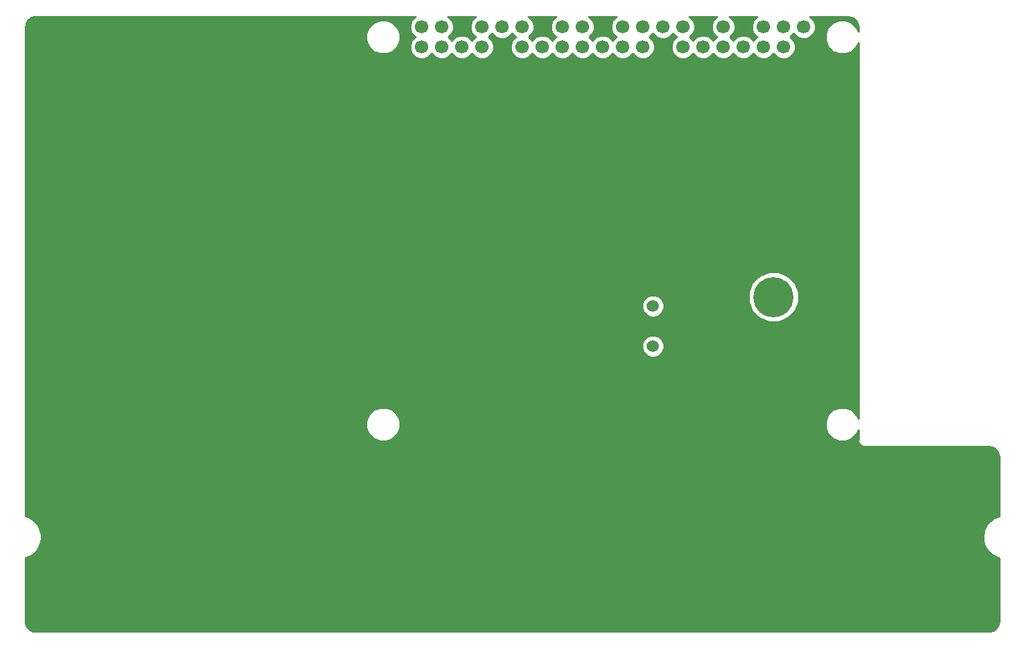
<source format=gbr>
G04 #@! TF.GenerationSoftware,KiCad,Pcbnew,(5.0.2)-1*
G04 #@! TF.CreationDate,2019-02-28T16:52:56-06:00*
G04 #@! TF.ProjectId,RaspberryPiBreakout_Hardware,52617370-6265-4727-9279-506942726561,rev?*
G04 #@! TF.SameCoordinates,Original*
G04 #@! TF.FileFunction,Copper,L2,Bot*
G04 #@! TF.FilePolarity,Positive*
%FSLAX46Y46*%
G04 Gerber Fmt 4.6, Leading zero omitted, Abs format (unit mm)*
G04 Created by KiCad (PCBNEW (5.0.2)-1) date 2/28/2019 4:52:56 PM*
%MOMM*%
%LPD*%
G01*
G04 APERTURE LIST*
G04 #@! TA.AperFunction,ComponentPad*
%ADD10C,1.700000*%
G04 #@! TD*
G04 #@! TA.AperFunction,ComponentPad*
%ADD11C,5.080000*%
G04 #@! TD*
G04 #@! TA.AperFunction,ComponentPad*
%ADD12C,1.524000*%
G04 #@! TD*
G04 #@! TA.AperFunction,Conductor*
%ADD13C,0.254000*%
G04 #@! TD*
G04 APERTURE END LIST*
D10*
G04 #@! TO.P,U2,40*
G04 #@! TO.N,Net-(U2-Pad40)*
X171450000Y-76454000D03*
G04 #@! TO.P,U2,39*
G04 #@! TO.N,GND*
X171450000Y-78994000D03*
G04 #@! TO.P,U2,38*
G04 #@! TO.N,Net-(U2-Pad38)*
X168910000Y-76454000D03*
G04 #@! TO.P,U2,37*
G04 #@! TO.N,Net-(U2-Pad37)*
X168910000Y-78994000D03*
G04 #@! TO.P,U2,36*
G04 #@! TO.N,Net-(U2-Pad36)*
X166370000Y-76454000D03*
G04 #@! TO.P,U2,35*
G04 #@! TO.N,Net-(U2-Pad35)*
X166370000Y-78994000D03*
G04 #@! TO.P,U2,34*
G04 #@! TO.N,GND*
X163830000Y-76454000D03*
G04 #@! TO.P,U2,33*
G04 #@! TO.N,Net-(U2-Pad33)*
X163830000Y-78994000D03*
G04 #@! TO.P,U2,32*
G04 #@! TO.N,Net-(U2-Pad32)*
X161290000Y-76454000D03*
G04 #@! TO.P,U2,31*
G04 #@! TO.N,Net-(U2-Pad31)*
X161290000Y-78994000D03*
G04 #@! TO.P,U2,30*
G04 #@! TO.N,GND*
X158750000Y-76454000D03*
G04 #@! TO.P,U2,29*
G04 #@! TO.N,Net-(U2-Pad29)*
X158750000Y-78994000D03*
G04 #@! TO.P,U2,28*
G04 #@! TO.N,Net-(U2-Pad28)*
X156210000Y-76454000D03*
G04 #@! TO.P,U2,27*
G04 #@! TO.N,Net-(U2-Pad27)*
X156210000Y-78994000D03*
G04 #@! TO.P,U2,26*
G04 #@! TO.N,Net-(U2-Pad26)*
X153670000Y-76454000D03*
G04 #@! TO.P,U2,25*
G04 #@! TO.N,GND*
X153670000Y-78994000D03*
G04 #@! TO.P,U2,24*
G04 #@! TO.N,Net-(U2-Pad24)*
X151130000Y-76454000D03*
G04 #@! TO.P,U2,23*
G04 #@! TO.N,Net-(U2-Pad23)*
X151130000Y-78994000D03*
G04 #@! TO.P,U2,22*
G04 #@! TO.N,Net-(U2-Pad22)*
X148590000Y-76454000D03*
G04 #@! TO.P,U2,21*
G04 #@! TO.N,Net-(U2-Pad21)*
X148590000Y-78994000D03*
G04 #@! TO.P,U2,20*
G04 #@! TO.N,GND*
X146050000Y-76454000D03*
G04 #@! TO.P,U2,19*
G04 #@! TO.N,Net-(U2-Pad19)*
X146050000Y-78994000D03*
G04 #@! TO.P,U2,18*
G04 #@! TO.N,N/C*
X143510000Y-76454000D03*
G04 #@! TO.P,U2,17*
G04 #@! TO.N,Net-(U2-Pad17)*
X143510000Y-78994000D03*
G04 #@! TO.P,U2,16*
G04 #@! TO.N,Net-(U2-Pad16)*
X140970000Y-76454000D03*
G04 #@! TO.P,U2,15*
G04 #@! TO.N,Net-(U2-Pad15)*
X140970000Y-78994000D03*
G04 #@! TO.P,U2,14*
G04 #@! TO.N,GND*
X138430000Y-76454000D03*
G04 #@! TO.P,U2,13*
G04 #@! TO.N,Net-(U2-Pad13)*
X138430000Y-78994000D03*
G04 #@! TO.P,U2,12*
G04 #@! TO.N,Net-(U2-Pad12)*
X135890000Y-76454000D03*
G04 #@! TO.P,U2,11*
G04 #@! TO.N,Net-(U2-Pad11)*
X135890000Y-78994000D03*
G04 #@! TO.P,U2,10*
G04 #@! TO.N,Net-(U2-Pad10)*
X133350000Y-76454000D03*
G04 #@! TO.P,U2,9*
G04 #@! TO.N,GND*
X133350000Y-78994000D03*
G04 #@! TO.P,U2,8*
G04 #@! TO.N,Net-(U2-Pad8)*
X130810000Y-76454000D03*
G04 #@! TO.P,U2,7*
G04 #@! TO.N,Net-(U2-Pad7)*
X130810000Y-78994000D03*
G04 #@! TO.P,U2,6*
G04 #@! TO.N,GND*
X128270000Y-76454000D03*
G04 #@! TO.P,U2,5*
G04 #@! TO.N,Net-(U2-Pad5)*
X128270000Y-78994000D03*
G04 #@! TO.P,U2,4*
G04 #@! TO.N,+5V*
X125730000Y-76454000D03*
G04 #@! TO.P,U2,3*
G04 #@! TO.N,Net-(U2-Pad3)*
X125730000Y-78994000D03*
G04 #@! TO.P,U2,2*
G04 #@! TO.N,+5V*
X123190000Y-76454000D03*
G04 #@! TO.P,U2,1*
G04 #@! TO.N,Net-(U2-Pad1)*
X123190000Y-78994000D03*
G04 #@! TD*
D11*
G04 #@! TO.P,Conn1,1*
G04 #@! TO.N,GND*
X167640000Y-118491000D03*
G04 #@! TO.P,Conn1,2*
G04 #@! TO.N,Net-(C1-Pad1)*
X167640000Y-110617000D03*
G04 #@! TD*
D12*
G04 #@! TO.P,U1,3*
G04 #@! TO.N,+5V*
X152400000Y-116840000D03*
G04 #@! TO.P,U1,2*
G04 #@! TO.N,GND*
X152400000Y-114300000D03*
G04 #@! TO.P,U1,1*
G04 #@! TO.N,Net-(C1-Pad1)*
X152400000Y-111760000D03*
G04 #@! TD*
D13*
G04 #@! TO.N,GND*
G36*
X122348815Y-75195078D02*
X121931078Y-75612815D01*
X121705000Y-76158615D01*
X121705000Y-76749385D01*
X121931078Y-77295185D01*
X122348815Y-77712922D01*
X122375560Y-77724000D01*
X122348815Y-77735078D01*
X121931078Y-78152815D01*
X121705000Y-78698615D01*
X121705000Y-79289385D01*
X121931078Y-79835185D01*
X122348815Y-80252922D01*
X122894615Y-80479000D01*
X123485385Y-80479000D01*
X124031185Y-80252922D01*
X124448922Y-79835185D01*
X124460000Y-79808440D01*
X124471078Y-79835185D01*
X124888815Y-80252922D01*
X125434615Y-80479000D01*
X126025385Y-80479000D01*
X126571185Y-80252922D01*
X126988922Y-79835185D01*
X127000000Y-79808440D01*
X127011078Y-79835185D01*
X127428815Y-80252922D01*
X127974615Y-80479000D01*
X128565385Y-80479000D01*
X129111185Y-80252922D01*
X129528922Y-79835185D01*
X129540000Y-79808440D01*
X129551078Y-79835185D01*
X129968815Y-80252922D01*
X130514615Y-80479000D01*
X131105385Y-80479000D01*
X131651185Y-80252922D01*
X132068922Y-79835185D01*
X132295000Y-79289385D01*
X132295000Y-78698615D01*
X132068922Y-78152815D01*
X131651185Y-77735078D01*
X131624440Y-77724000D01*
X131651185Y-77712922D01*
X132068922Y-77295185D01*
X132080000Y-77268440D01*
X132091078Y-77295185D01*
X132508815Y-77712922D01*
X133054615Y-77939000D01*
X133645385Y-77939000D01*
X134191185Y-77712922D01*
X134608922Y-77295185D01*
X134620000Y-77268440D01*
X134631078Y-77295185D01*
X135048815Y-77712922D01*
X135075560Y-77724000D01*
X135048815Y-77735078D01*
X134631078Y-78152815D01*
X134405000Y-78698615D01*
X134405000Y-79289385D01*
X134631078Y-79835185D01*
X135048815Y-80252922D01*
X135594615Y-80479000D01*
X136185385Y-80479000D01*
X136731185Y-80252922D01*
X137148922Y-79835185D01*
X137160000Y-79808440D01*
X137171078Y-79835185D01*
X137588815Y-80252922D01*
X138134615Y-80479000D01*
X138725385Y-80479000D01*
X139271185Y-80252922D01*
X139688922Y-79835185D01*
X139700000Y-79808440D01*
X139711078Y-79835185D01*
X140128815Y-80252922D01*
X140674615Y-80479000D01*
X141265385Y-80479000D01*
X141811185Y-80252922D01*
X142228922Y-79835185D01*
X142240000Y-79808440D01*
X142251078Y-79835185D01*
X142668815Y-80252922D01*
X143214615Y-80479000D01*
X143805385Y-80479000D01*
X144351185Y-80252922D01*
X144768922Y-79835185D01*
X144780000Y-79808440D01*
X144791078Y-79835185D01*
X145208815Y-80252922D01*
X145754615Y-80479000D01*
X146345385Y-80479000D01*
X146891185Y-80252922D01*
X147308922Y-79835185D01*
X147320000Y-79808440D01*
X147331078Y-79835185D01*
X147748815Y-80252922D01*
X148294615Y-80479000D01*
X148885385Y-80479000D01*
X149431185Y-80252922D01*
X149848922Y-79835185D01*
X149860000Y-79808440D01*
X149871078Y-79835185D01*
X150288815Y-80252922D01*
X150834615Y-80479000D01*
X151425385Y-80479000D01*
X151971185Y-80252922D01*
X152388922Y-79835185D01*
X152615000Y-79289385D01*
X152615000Y-78698615D01*
X152388922Y-78152815D01*
X151971185Y-77735078D01*
X151944440Y-77724000D01*
X151971185Y-77712922D01*
X152388922Y-77295185D01*
X152400000Y-77268440D01*
X152411078Y-77295185D01*
X152828815Y-77712922D01*
X153374615Y-77939000D01*
X153965385Y-77939000D01*
X154511185Y-77712922D01*
X154928922Y-77295185D01*
X154940000Y-77268440D01*
X154951078Y-77295185D01*
X155368815Y-77712922D01*
X155395560Y-77724000D01*
X155368815Y-77735078D01*
X154951078Y-78152815D01*
X154725000Y-78698615D01*
X154725000Y-79289385D01*
X154951078Y-79835185D01*
X155368815Y-80252922D01*
X155914615Y-80479000D01*
X156505385Y-80479000D01*
X157051185Y-80252922D01*
X157468922Y-79835185D01*
X157480000Y-79808440D01*
X157491078Y-79835185D01*
X157908815Y-80252922D01*
X158454615Y-80479000D01*
X159045385Y-80479000D01*
X159591185Y-80252922D01*
X160008922Y-79835185D01*
X160020000Y-79808440D01*
X160031078Y-79835185D01*
X160448815Y-80252922D01*
X160994615Y-80479000D01*
X161585385Y-80479000D01*
X162131185Y-80252922D01*
X162548922Y-79835185D01*
X162560000Y-79808440D01*
X162571078Y-79835185D01*
X162988815Y-80252922D01*
X163534615Y-80479000D01*
X164125385Y-80479000D01*
X164671185Y-80252922D01*
X165088922Y-79835185D01*
X165100000Y-79808440D01*
X165111078Y-79835185D01*
X165528815Y-80252922D01*
X166074615Y-80479000D01*
X166665385Y-80479000D01*
X167211185Y-80252922D01*
X167628922Y-79835185D01*
X167640000Y-79808440D01*
X167651078Y-79835185D01*
X168068815Y-80252922D01*
X168614615Y-80479000D01*
X169205385Y-80479000D01*
X169751185Y-80252922D01*
X170168922Y-79835185D01*
X170395000Y-79289385D01*
X170395000Y-78698615D01*
X170168922Y-78152815D01*
X169751185Y-77735078D01*
X169724440Y-77724000D01*
X169751185Y-77712922D01*
X170168922Y-77295185D01*
X170180000Y-77268440D01*
X170191078Y-77295185D01*
X170608815Y-77712922D01*
X171154615Y-77939000D01*
X171745385Y-77939000D01*
X172291185Y-77712922D01*
X172708922Y-77295185D01*
X172935000Y-76749385D01*
X172935000Y-76158615D01*
X172708922Y-75612815D01*
X172291185Y-75195078D01*
X172199257Y-75157000D01*
X176985634Y-75157000D01*
X177399922Y-75216331D01*
X177732746Y-75367657D01*
X178009720Y-75606313D01*
X178208580Y-75913116D01*
X178320618Y-76287748D01*
X178335000Y-76481274D01*
X178335000Y-77009616D01*
X178129966Y-76514620D01*
X177529380Y-75914034D01*
X176744678Y-75589000D01*
X175895322Y-75589000D01*
X175110620Y-75914034D01*
X174510034Y-76514620D01*
X174185000Y-77299322D01*
X174185000Y-78148678D01*
X174510034Y-78933380D01*
X175110620Y-79533966D01*
X175895322Y-79859000D01*
X176744678Y-79859000D01*
X177529380Y-79533966D01*
X178129966Y-78933380D01*
X178335000Y-78438384D01*
X178335001Y-126009618D01*
X178129966Y-125514620D01*
X177529380Y-124914034D01*
X176744678Y-124589000D01*
X175895322Y-124589000D01*
X175110620Y-124914034D01*
X174510034Y-125514620D01*
X174185000Y-126299322D01*
X174185000Y-127148678D01*
X174510034Y-127933380D01*
X175110620Y-128533966D01*
X175895322Y-128859000D01*
X176744678Y-128859000D01*
X177529380Y-128533966D01*
X178129966Y-127933380D01*
X178335001Y-127438381D01*
X178335001Y-128705607D01*
X178320601Y-128778000D01*
X178377646Y-129064783D01*
X178540095Y-129307905D01*
X178783217Y-129470354D01*
X178997612Y-129513000D01*
X179070000Y-129527399D01*
X179142388Y-129513000D01*
X194765634Y-129513000D01*
X195179922Y-129572331D01*
X195512746Y-129723657D01*
X195789720Y-129962313D01*
X195988580Y-130269116D01*
X196100618Y-130643748D01*
X196115000Y-130837275D01*
X196115001Y-138323142D01*
X195787078Y-138421212D01*
X195696505Y-138463063D01*
X195605466Y-138503787D01*
X195597901Y-138508624D01*
X195114442Y-138821987D01*
X195039277Y-138887558D01*
X194963306Y-138952214D01*
X194957407Y-138958977D01*
X194957403Y-138958981D01*
X194957400Y-138958986D01*
X194581327Y-139395440D01*
X194527590Y-139479465D01*
X194472816Y-139562851D01*
X194469050Y-139571002D01*
X194230589Y-140095469D01*
X194202587Y-140191226D01*
X194173427Y-140286607D01*
X194172099Y-140295487D01*
X194090423Y-140865802D01*
X194090423Y-140940785D01*
X194084411Y-141015512D01*
X194085021Y-141024470D01*
X194107341Y-141324819D01*
X194123441Y-141398045D01*
X194133616Y-141472326D01*
X194136136Y-141480944D01*
X194301212Y-142032922D01*
X194343071Y-142123513D01*
X194383787Y-142214534D01*
X194388624Y-142222099D01*
X194701987Y-142705558D01*
X194767558Y-142780723D01*
X194832214Y-142856694D01*
X194838977Y-142862593D01*
X194838981Y-142862597D01*
X194838986Y-142862600D01*
X195275440Y-143238673D01*
X195359465Y-143292410D01*
X195442851Y-143347184D01*
X195451002Y-143350950D01*
X195975469Y-143589411D01*
X196071237Y-143617416D01*
X196115000Y-143630795D01*
X196115001Y-151585627D01*
X196055669Y-151999922D01*
X195904343Y-152332746D01*
X195665687Y-152609720D01*
X195358885Y-152808579D01*
X194984252Y-152920618D01*
X194790726Y-152935000D01*
X74474366Y-152935000D01*
X74060078Y-152875669D01*
X73727254Y-152724343D01*
X73450280Y-152485687D01*
X73251421Y-152178885D01*
X73139382Y-151804252D01*
X73125000Y-151610726D01*
X73125000Y-143616857D01*
X73452922Y-143518788D01*
X73543513Y-143476929D01*
X73634534Y-143436213D01*
X73642096Y-143431378D01*
X73642100Y-143431376D01*
X74125558Y-143118013D01*
X74200723Y-143052442D01*
X74276694Y-142987786D01*
X74282593Y-142981023D01*
X74282597Y-142981019D01*
X74282600Y-142981014D01*
X74658673Y-142544560D01*
X74712410Y-142460535D01*
X74767184Y-142377149D01*
X74770950Y-142368998D01*
X75009411Y-141844531D01*
X75037416Y-141748763D01*
X75066573Y-141653393D01*
X75067901Y-141644513D01*
X75149577Y-141074198D01*
X75149577Y-140999215D01*
X75155589Y-140924488D01*
X75154979Y-140915530D01*
X75132659Y-140615181D01*
X75116559Y-140541954D01*
X75106384Y-140467674D01*
X75103864Y-140459055D01*
X74938788Y-139907078D01*
X74896937Y-139816505D01*
X74856213Y-139725466D01*
X74851376Y-139717901D01*
X74538013Y-139234442D01*
X74472442Y-139159277D01*
X74407786Y-139083306D01*
X74401023Y-139077407D01*
X74401019Y-139077403D01*
X74401014Y-139077400D01*
X73964560Y-138701327D01*
X73880535Y-138647590D01*
X73797149Y-138592816D01*
X73788998Y-138589050D01*
X73264531Y-138350589D01*
X73168774Y-138322587D01*
X73125000Y-138309205D01*
X73125000Y-126299322D01*
X116185000Y-126299322D01*
X116185000Y-127148678D01*
X116510034Y-127933380D01*
X117110620Y-128533966D01*
X117895322Y-128859000D01*
X118744678Y-128859000D01*
X119529380Y-128533966D01*
X120129966Y-127933380D01*
X120455000Y-127148678D01*
X120455000Y-126299322D01*
X120129966Y-125514620D01*
X119529380Y-124914034D01*
X118744678Y-124589000D01*
X117895322Y-124589000D01*
X117110620Y-124914034D01*
X116510034Y-125514620D01*
X116185000Y-126299322D01*
X73125000Y-126299322D01*
X73125000Y-116562119D01*
X151003000Y-116562119D01*
X151003000Y-117117881D01*
X151215680Y-117631337D01*
X151608663Y-118024320D01*
X152122119Y-118237000D01*
X152677881Y-118237000D01*
X153191337Y-118024320D01*
X153584320Y-117631337D01*
X153797000Y-117117881D01*
X153797000Y-116562119D01*
X153584320Y-116048663D01*
X153191337Y-115655680D01*
X152677881Y-115443000D01*
X152122119Y-115443000D01*
X151608663Y-115655680D01*
X151215680Y-116048663D01*
X151003000Y-116562119D01*
X73125000Y-116562119D01*
X73125000Y-111482119D01*
X151003000Y-111482119D01*
X151003000Y-112037881D01*
X151215680Y-112551337D01*
X151608663Y-112944320D01*
X152122119Y-113157000D01*
X152677881Y-113157000D01*
X153191337Y-112944320D01*
X153584320Y-112551337D01*
X153797000Y-112037881D01*
X153797000Y-111482119D01*
X153584320Y-110968663D01*
X153191337Y-110575680D01*
X152677881Y-110363000D01*
X152122119Y-110363000D01*
X151608663Y-110575680D01*
X151215680Y-110968663D01*
X151003000Y-111482119D01*
X73125000Y-111482119D01*
X73125000Y-109985453D01*
X164465000Y-109985453D01*
X164465000Y-111248547D01*
X164948365Y-112415493D01*
X165841507Y-113308635D01*
X167008453Y-113792000D01*
X168271547Y-113792000D01*
X169438493Y-113308635D01*
X170331635Y-112415493D01*
X170815000Y-111248547D01*
X170815000Y-109985453D01*
X170331635Y-108818507D01*
X169438493Y-107925365D01*
X168271547Y-107442000D01*
X167008453Y-107442000D01*
X165841507Y-107925365D01*
X164948365Y-108818507D01*
X164465000Y-109985453D01*
X73125000Y-109985453D01*
X73125000Y-77299322D01*
X116185000Y-77299322D01*
X116185000Y-78148678D01*
X116510034Y-78933380D01*
X117110620Y-79533966D01*
X117895322Y-79859000D01*
X118744678Y-79859000D01*
X119529380Y-79533966D01*
X120129966Y-78933380D01*
X120455000Y-78148678D01*
X120455000Y-77299322D01*
X120129966Y-76514620D01*
X119529380Y-75914034D01*
X118744678Y-75589000D01*
X117895322Y-75589000D01*
X117110620Y-75914034D01*
X116510034Y-76514620D01*
X116185000Y-77299322D01*
X73125000Y-77299322D01*
X73125000Y-76506366D01*
X73184331Y-76092078D01*
X73335657Y-75759254D01*
X73574313Y-75482280D01*
X73881116Y-75283420D01*
X74255748Y-75171382D01*
X74449274Y-75157000D01*
X122440743Y-75157000D01*
X122348815Y-75195078D01*
X122348815Y-75195078D01*
G37*
X122348815Y-75195078D02*
X121931078Y-75612815D01*
X121705000Y-76158615D01*
X121705000Y-76749385D01*
X121931078Y-77295185D01*
X122348815Y-77712922D01*
X122375560Y-77724000D01*
X122348815Y-77735078D01*
X121931078Y-78152815D01*
X121705000Y-78698615D01*
X121705000Y-79289385D01*
X121931078Y-79835185D01*
X122348815Y-80252922D01*
X122894615Y-80479000D01*
X123485385Y-80479000D01*
X124031185Y-80252922D01*
X124448922Y-79835185D01*
X124460000Y-79808440D01*
X124471078Y-79835185D01*
X124888815Y-80252922D01*
X125434615Y-80479000D01*
X126025385Y-80479000D01*
X126571185Y-80252922D01*
X126988922Y-79835185D01*
X127000000Y-79808440D01*
X127011078Y-79835185D01*
X127428815Y-80252922D01*
X127974615Y-80479000D01*
X128565385Y-80479000D01*
X129111185Y-80252922D01*
X129528922Y-79835185D01*
X129540000Y-79808440D01*
X129551078Y-79835185D01*
X129968815Y-80252922D01*
X130514615Y-80479000D01*
X131105385Y-80479000D01*
X131651185Y-80252922D01*
X132068922Y-79835185D01*
X132295000Y-79289385D01*
X132295000Y-78698615D01*
X132068922Y-78152815D01*
X131651185Y-77735078D01*
X131624440Y-77724000D01*
X131651185Y-77712922D01*
X132068922Y-77295185D01*
X132080000Y-77268440D01*
X132091078Y-77295185D01*
X132508815Y-77712922D01*
X133054615Y-77939000D01*
X133645385Y-77939000D01*
X134191185Y-77712922D01*
X134608922Y-77295185D01*
X134620000Y-77268440D01*
X134631078Y-77295185D01*
X135048815Y-77712922D01*
X135075560Y-77724000D01*
X135048815Y-77735078D01*
X134631078Y-78152815D01*
X134405000Y-78698615D01*
X134405000Y-79289385D01*
X134631078Y-79835185D01*
X135048815Y-80252922D01*
X135594615Y-80479000D01*
X136185385Y-80479000D01*
X136731185Y-80252922D01*
X137148922Y-79835185D01*
X137160000Y-79808440D01*
X137171078Y-79835185D01*
X137588815Y-80252922D01*
X138134615Y-80479000D01*
X138725385Y-80479000D01*
X139271185Y-80252922D01*
X139688922Y-79835185D01*
X139700000Y-79808440D01*
X139711078Y-79835185D01*
X140128815Y-80252922D01*
X140674615Y-80479000D01*
X141265385Y-80479000D01*
X141811185Y-80252922D01*
X142228922Y-79835185D01*
X142240000Y-79808440D01*
X142251078Y-79835185D01*
X142668815Y-80252922D01*
X143214615Y-80479000D01*
X143805385Y-80479000D01*
X144351185Y-80252922D01*
X144768922Y-79835185D01*
X144780000Y-79808440D01*
X144791078Y-79835185D01*
X145208815Y-80252922D01*
X145754615Y-80479000D01*
X146345385Y-80479000D01*
X146891185Y-80252922D01*
X147308922Y-79835185D01*
X147320000Y-79808440D01*
X147331078Y-79835185D01*
X147748815Y-80252922D01*
X148294615Y-80479000D01*
X148885385Y-80479000D01*
X149431185Y-80252922D01*
X149848922Y-79835185D01*
X149860000Y-79808440D01*
X149871078Y-79835185D01*
X150288815Y-80252922D01*
X150834615Y-80479000D01*
X151425385Y-80479000D01*
X151971185Y-80252922D01*
X152388922Y-79835185D01*
X152615000Y-79289385D01*
X152615000Y-78698615D01*
X152388922Y-78152815D01*
X151971185Y-77735078D01*
X151944440Y-77724000D01*
X151971185Y-77712922D01*
X152388922Y-77295185D01*
X152400000Y-77268440D01*
X152411078Y-77295185D01*
X152828815Y-77712922D01*
X153374615Y-77939000D01*
X153965385Y-77939000D01*
X154511185Y-77712922D01*
X154928922Y-77295185D01*
X154940000Y-77268440D01*
X154951078Y-77295185D01*
X155368815Y-77712922D01*
X155395560Y-77724000D01*
X155368815Y-77735078D01*
X154951078Y-78152815D01*
X154725000Y-78698615D01*
X154725000Y-79289385D01*
X154951078Y-79835185D01*
X155368815Y-80252922D01*
X155914615Y-80479000D01*
X156505385Y-80479000D01*
X157051185Y-80252922D01*
X157468922Y-79835185D01*
X157480000Y-79808440D01*
X157491078Y-79835185D01*
X157908815Y-80252922D01*
X158454615Y-80479000D01*
X159045385Y-80479000D01*
X159591185Y-80252922D01*
X160008922Y-79835185D01*
X160020000Y-79808440D01*
X160031078Y-79835185D01*
X160448815Y-80252922D01*
X160994615Y-80479000D01*
X161585385Y-80479000D01*
X162131185Y-80252922D01*
X162548922Y-79835185D01*
X162560000Y-79808440D01*
X162571078Y-79835185D01*
X162988815Y-80252922D01*
X163534615Y-80479000D01*
X164125385Y-80479000D01*
X164671185Y-80252922D01*
X165088922Y-79835185D01*
X165100000Y-79808440D01*
X165111078Y-79835185D01*
X165528815Y-80252922D01*
X166074615Y-80479000D01*
X166665385Y-80479000D01*
X167211185Y-80252922D01*
X167628922Y-79835185D01*
X167640000Y-79808440D01*
X167651078Y-79835185D01*
X168068815Y-80252922D01*
X168614615Y-80479000D01*
X169205385Y-80479000D01*
X169751185Y-80252922D01*
X170168922Y-79835185D01*
X170395000Y-79289385D01*
X170395000Y-78698615D01*
X170168922Y-78152815D01*
X169751185Y-77735078D01*
X169724440Y-77724000D01*
X169751185Y-77712922D01*
X170168922Y-77295185D01*
X170180000Y-77268440D01*
X170191078Y-77295185D01*
X170608815Y-77712922D01*
X171154615Y-77939000D01*
X171745385Y-77939000D01*
X172291185Y-77712922D01*
X172708922Y-77295185D01*
X172935000Y-76749385D01*
X172935000Y-76158615D01*
X172708922Y-75612815D01*
X172291185Y-75195078D01*
X172199257Y-75157000D01*
X176985634Y-75157000D01*
X177399922Y-75216331D01*
X177732746Y-75367657D01*
X178009720Y-75606313D01*
X178208580Y-75913116D01*
X178320618Y-76287748D01*
X178335000Y-76481274D01*
X178335000Y-77009616D01*
X178129966Y-76514620D01*
X177529380Y-75914034D01*
X176744678Y-75589000D01*
X175895322Y-75589000D01*
X175110620Y-75914034D01*
X174510034Y-76514620D01*
X174185000Y-77299322D01*
X174185000Y-78148678D01*
X174510034Y-78933380D01*
X175110620Y-79533966D01*
X175895322Y-79859000D01*
X176744678Y-79859000D01*
X177529380Y-79533966D01*
X178129966Y-78933380D01*
X178335000Y-78438384D01*
X178335001Y-126009618D01*
X178129966Y-125514620D01*
X177529380Y-124914034D01*
X176744678Y-124589000D01*
X175895322Y-124589000D01*
X175110620Y-124914034D01*
X174510034Y-125514620D01*
X174185000Y-126299322D01*
X174185000Y-127148678D01*
X174510034Y-127933380D01*
X175110620Y-128533966D01*
X175895322Y-128859000D01*
X176744678Y-128859000D01*
X177529380Y-128533966D01*
X178129966Y-127933380D01*
X178335001Y-127438381D01*
X178335001Y-128705607D01*
X178320601Y-128778000D01*
X178377646Y-129064783D01*
X178540095Y-129307905D01*
X178783217Y-129470354D01*
X178997612Y-129513000D01*
X179070000Y-129527399D01*
X179142388Y-129513000D01*
X194765634Y-129513000D01*
X195179922Y-129572331D01*
X195512746Y-129723657D01*
X195789720Y-129962313D01*
X195988580Y-130269116D01*
X196100618Y-130643748D01*
X196115000Y-130837275D01*
X196115001Y-138323142D01*
X195787078Y-138421212D01*
X195696505Y-138463063D01*
X195605466Y-138503787D01*
X195597901Y-138508624D01*
X195114442Y-138821987D01*
X195039277Y-138887558D01*
X194963306Y-138952214D01*
X194957407Y-138958977D01*
X194957403Y-138958981D01*
X194957400Y-138958986D01*
X194581327Y-139395440D01*
X194527590Y-139479465D01*
X194472816Y-139562851D01*
X194469050Y-139571002D01*
X194230589Y-140095469D01*
X194202587Y-140191226D01*
X194173427Y-140286607D01*
X194172099Y-140295487D01*
X194090423Y-140865802D01*
X194090423Y-140940785D01*
X194084411Y-141015512D01*
X194085021Y-141024470D01*
X194107341Y-141324819D01*
X194123441Y-141398045D01*
X194133616Y-141472326D01*
X194136136Y-141480944D01*
X194301212Y-142032922D01*
X194343071Y-142123513D01*
X194383787Y-142214534D01*
X194388624Y-142222099D01*
X194701987Y-142705558D01*
X194767558Y-142780723D01*
X194832214Y-142856694D01*
X194838977Y-142862593D01*
X194838981Y-142862597D01*
X194838986Y-142862600D01*
X195275440Y-143238673D01*
X195359465Y-143292410D01*
X195442851Y-143347184D01*
X195451002Y-143350950D01*
X195975469Y-143589411D01*
X196071237Y-143617416D01*
X196115000Y-143630795D01*
X196115001Y-151585627D01*
X196055669Y-151999922D01*
X195904343Y-152332746D01*
X195665687Y-152609720D01*
X195358885Y-152808579D01*
X194984252Y-152920618D01*
X194790726Y-152935000D01*
X74474366Y-152935000D01*
X74060078Y-152875669D01*
X73727254Y-152724343D01*
X73450280Y-152485687D01*
X73251421Y-152178885D01*
X73139382Y-151804252D01*
X73125000Y-151610726D01*
X73125000Y-143616857D01*
X73452922Y-143518788D01*
X73543513Y-143476929D01*
X73634534Y-143436213D01*
X73642096Y-143431378D01*
X73642100Y-143431376D01*
X74125558Y-143118013D01*
X74200723Y-143052442D01*
X74276694Y-142987786D01*
X74282593Y-142981023D01*
X74282597Y-142981019D01*
X74282600Y-142981014D01*
X74658673Y-142544560D01*
X74712410Y-142460535D01*
X74767184Y-142377149D01*
X74770950Y-142368998D01*
X75009411Y-141844531D01*
X75037416Y-141748763D01*
X75066573Y-141653393D01*
X75067901Y-141644513D01*
X75149577Y-141074198D01*
X75149577Y-140999215D01*
X75155589Y-140924488D01*
X75154979Y-140915530D01*
X75132659Y-140615181D01*
X75116559Y-140541954D01*
X75106384Y-140467674D01*
X75103864Y-140459055D01*
X74938788Y-139907078D01*
X74896937Y-139816505D01*
X74856213Y-139725466D01*
X74851376Y-139717901D01*
X74538013Y-139234442D01*
X74472442Y-139159277D01*
X74407786Y-139083306D01*
X74401023Y-139077407D01*
X74401019Y-139077403D01*
X74401014Y-139077400D01*
X73964560Y-138701327D01*
X73880535Y-138647590D01*
X73797149Y-138592816D01*
X73788998Y-138589050D01*
X73264531Y-138350589D01*
X73168774Y-138322587D01*
X73125000Y-138309205D01*
X73125000Y-126299322D01*
X116185000Y-126299322D01*
X116185000Y-127148678D01*
X116510034Y-127933380D01*
X117110620Y-128533966D01*
X117895322Y-128859000D01*
X118744678Y-128859000D01*
X119529380Y-128533966D01*
X120129966Y-127933380D01*
X120455000Y-127148678D01*
X120455000Y-126299322D01*
X120129966Y-125514620D01*
X119529380Y-124914034D01*
X118744678Y-124589000D01*
X117895322Y-124589000D01*
X117110620Y-124914034D01*
X116510034Y-125514620D01*
X116185000Y-126299322D01*
X73125000Y-126299322D01*
X73125000Y-116562119D01*
X151003000Y-116562119D01*
X151003000Y-117117881D01*
X151215680Y-117631337D01*
X151608663Y-118024320D01*
X152122119Y-118237000D01*
X152677881Y-118237000D01*
X153191337Y-118024320D01*
X153584320Y-117631337D01*
X153797000Y-117117881D01*
X153797000Y-116562119D01*
X153584320Y-116048663D01*
X153191337Y-115655680D01*
X152677881Y-115443000D01*
X152122119Y-115443000D01*
X151608663Y-115655680D01*
X151215680Y-116048663D01*
X151003000Y-116562119D01*
X73125000Y-116562119D01*
X73125000Y-111482119D01*
X151003000Y-111482119D01*
X151003000Y-112037881D01*
X151215680Y-112551337D01*
X151608663Y-112944320D01*
X152122119Y-113157000D01*
X152677881Y-113157000D01*
X153191337Y-112944320D01*
X153584320Y-112551337D01*
X153797000Y-112037881D01*
X153797000Y-111482119D01*
X153584320Y-110968663D01*
X153191337Y-110575680D01*
X152677881Y-110363000D01*
X152122119Y-110363000D01*
X151608663Y-110575680D01*
X151215680Y-110968663D01*
X151003000Y-111482119D01*
X73125000Y-111482119D01*
X73125000Y-109985453D01*
X164465000Y-109985453D01*
X164465000Y-111248547D01*
X164948365Y-112415493D01*
X165841507Y-113308635D01*
X167008453Y-113792000D01*
X168271547Y-113792000D01*
X169438493Y-113308635D01*
X170331635Y-112415493D01*
X170815000Y-111248547D01*
X170815000Y-109985453D01*
X170331635Y-108818507D01*
X169438493Y-107925365D01*
X168271547Y-107442000D01*
X167008453Y-107442000D01*
X165841507Y-107925365D01*
X164948365Y-108818507D01*
X164465000Y-109985453D01*
X73125000Y-109985453D01*
X73125000Y-77299322D01*
X116185000Y-77299322D01*
X116185000Y-78148678D01*
X116510034Y-78933380D01*
X117110620Y-79533966D01*
X117895322Y-79859000D01*
X118744678Y-79859000D01*
X119529380Y-79533966D01*
X120129966Y-78933380D01*
X120455000Y-78148678D01*
X120455000Y-77299322D01*
X120129966Y-76514620D01*
X119529380Y-75914034D01*
X118744678Y-75589000D01*
X117895322Y-75589000D01*
X117110620Y-75914034D01*
X116510034Y-76514620D01*
X116185000Y-77299322D01*
X73125000Y-77299322D01*
X73125000Y-76506366D01*
X73184331Y-76092078D01*
X73335657Y-75759254D01*
X73574313Y-75482280D01*
X73881116Y-75283420D01*
X74255748Y-75171382D01*
X74449274Y-75157000D01*
X122440743Y-75157000D01*
X122348815Y-75195078D01*
G36*
X147748815Y-75195078D02*
X147331078Y-75612815D01*
X147105000Y-76158615D01*
X147105000Y-76749385D01*
X147331078Y-77295185D01*
X147748815Y-77712922D01*
X147775560Y-77724000D01*
X147748815Y-77735078D01*
X147331078Y-78152815D01*
X147320000Y-78179560D01*
X147308922Y-78152815D01*
X146891185Y-77735078D01*
X146345385Y-77509000D01*
X145754615Y-77509000D01*
X145208815Y-77735078D01*
X144791078Y-78152815D01*
X144780000Y-78179560D01*
X144768922Y-78152815D01*
X144351185Y-77735078D01*
X144324440Y-77724000D01*
X144351185Y-77712922D01*
X144768922Y-77295185D01*
X144995000Y-76749385D01*
X144995000Y-76158615D01*
X144768922Y-75612815D01*
X144351185Y-75195078D01*
X144259257Y-75157000D01*
X147840743Y-75157000D01*
X147748815Y-75195078D01*
X147748815Y-75195078D01*
G37*
X147748815Y-75195078D02*
X147331078Y-75612815D01*
X147105000Y-76158615D01*
X147105000Y-76749385D01*
X147331078Y-77295185D01*
X147748815Y-77712922D01*
X147775560Y-77724000D01*
X147748815Y-77735078D01*
X147331078Y-78152815D01*
X147320000Y-78179560D01*
X147308922Y-78152815D01*
X146891185Y-77735078D01*
X146345385Y-77509000D01*
X145754615Y-77509000D01*
X145208815Y-77735078D01*
X144791078Y-78152815D01*
X144780000Y-78179560D01*
X144768922Y-78152815D01*
X144351185Y-77735078D01*
X144324440Y-77724000D01*
X144351185Y-77712922D01*
X144768922Y-77295185D01*
X144995000Y-76749385D01*
X144995000Y-76158615D01*
X144768922Y-75612815D01*
X144351185Y-75195078D01*
X144259257Y-75157000D01*
X147840743Y-75157000D01*
X147748815Y-75195078D01*
G36*
X140128815Y-75195078D02*
X139711078Y-75612815D01*
X139485000Y-76158615D01*
X139485000Y-76749385D01*
X139711078Y-77295185D01*
X140128815Y-77712922D01*
X140155560Y-77724000D01*
X140128815Y-77735078D01*
X139711078Y-78152815D01*
X139700000Y-78179560D01*
X139688922Y-78152815D01*
X139271185Y-77735078D01*
X138725385Y-77509000D01*
X138134615Y-77509000D01*
X137588815Y-77735078D01*
X137171078Y-78152815D01*
X137160000Y-78179560D01*
X137148922Y-78152815D01*
X136731185Y-77735078D01*
X136704440Y-77724000D01*
X136731185Y-77712922D01*
X137148922Y-77295185D01*
X137375000Y-76749385D01*
X137375000Y-76158615D01*
X137148922Y-75612815D01*
X136731185Y-75195078D01*
X136639257Y-75157000D01*
X140220743Y-75157000D01*
X140128815Y-75195078D01*
X140128815Y-75195078D01*
G37*
X140128815Y-75195078D02*
X139711078Y-75612815D01*
X139485000Y-76158615D01*
X139485000Y-76749385D01*
X139711078Y-77295185D01*
X140128815Y-77712922D01*
X140155560Y-77724000D01*
X140128815Y-77735078D01*
X139711078Y-78152815D01*
X139700000Y-78179560D01*
X139688922Y-78152815D01*
X139271185Y-77735078D01*
X138725385Y-77509000D01*
X138134615Y-77509000D01*
X137588815Y-77735078D01*
X137171078Y-78152815D01*
X137160000Y-78179560D01*
X137148922Y-78152815D01*
X136731185Y-77735078D01*
X136704440Y-77724000D01*
X136731185Y-77712922D01*
X137148922Y-77295185D01*
X137375000Y-76749385D01*
X137375000Y-76158615D01*
X137148922Y-75612815D01*
X136731185Y-75195078D01*
X136639257Y-75157000D01*
X140220743Y-75157000D01*
X140128815Y-75195078D01*
G36*
X165528815Y-75195078D02*
X165111078Y-75612815D01*
X164885000Y-76158615D01*
X164885000Y-76749385D01*
X165111078Y-77295185D01*
X165528815Y-77712922D01*
X165555560Y-77724000D01*
X165528815Y-77735078D01*
X165111078Y-78152815D01*
X165100000Y-78179560D01*
X165088922Y-78152815D01*
X164671185Y-77735078D01*
X164125385Y-77509000D01*
X163534615Y-77509000D01*
X162988815Y-77735078D01*
X162571078Y-78152815D01*
X162560000Y-78179560D01*
X162548922Y-78152815D01*
X162131185Y-77735078D01*
X162104440Y-77724000D01*
X162131185Y-77712922D01*
X162548922Y-77295185D01*
X162775000Y-76749385D01*
X162775000Y-76158615D01*
X162548922Y-75612815D01*
X162131185Y-75195078D01*
X162039257Y-75157000D01*
X165620743Y-75157000D01*
X165528815Y-75195078D01*
X165528815Y-75195078D01*
G37*
X165528815Y-75195078D02*
X165111078Y-75612815D01*
X164885000Y-76158615D01*
X164885000Y-76749385D01*
X165111078Y-77295185D01*
X165528815Y-77712922D01*
X165555560Y-77724000D01*
X165528815Y-77735078D01*
X165111078Y-78152815D01*
X165100000Y-78179560D01*
X165088922Y-78152815D01*
X164671185Y-77735078D01*
X164125385Y-77509000D01*
X163534615Y-77509000D01*
X162988815Y-77735078D01*
X162571078Y-78152815D01*
X162560000Y-78179560D01*
X162548922Y-78152815D01*
X162131185Y-77735078D01*
X162104440Y-77724000D01*
X162131185Y-77712922D01*
X162548922Y-77295185D01*
X162775000Y-76749385D01*
X162775000Y-76158615D01*
X162548922Y-75612815D01*
X162131185Y-75195078D01*
X162039257Y-75157000D01*
X165620743Y-75157000D01*
X165528815Y-75195078D01*
G36*
X129968815Y-75195078D02*
X129551078Y-75612815D01*
X129325000Y-76158615D01*
X129325000Y-76749385D01*
X129551078Y-77295185D01*
X129968815Y-77712922D01*
X129995560Y-77724000D01*
X129968815Y-77735078D01*
X129551078Y-78152815D01*
X129540000Y-78179560D01*
X129528922Y-78152815D01*
X129111185Y-77735078D01*
X128565385Y-77509000D01*
X127974615Y-77509000D01*
X127428815Y-77735078D01*
X127011078Y-78152815D01*
X127000000Y-78179560D01*
X126988922Y-78152815D01*
X126571185Y-77735078D01*
X126544440Y-77724000D01*
X126571185Y-77712922D01*
X126988922Y-77295185D01*
X127215000Y-76749385D01*
X127215000Y-76158615D01*
X126988922Y-75612815D01*
X126571185Y-75195078D01*
X126479257Y-75157000D01*
X130060743Y-75157000D01*
X129968815Y-75195078D01*
X129968815Y-75195078D01*
G37*
X129968815Y-75195078D02*
X129551078Y-75612815D01*
X129325000Y-76158615D01*
X129325000Y-76749385D01*
X129551078Y-77295185D01*
X129968815Y-77712922D01*
X129995560Y-77724000D01*
X129968815Y-77735078D01*
X129551078Y-78152815D01*
X129540000Y-78179560D01*
X129528922Y-78152815D01*
X129111185Y-77735078D01*
X128565385Y-77509000D01*
X127974615Y-77509000D01*
X127428815Y-77735078D01*
X127011078Y-78152815D01*
X127000000Y-78179560D01*
X126988922Y-78152815D01*
X126571185Y-77735078D01*
X126544440Y-77724000D01*
X126571185Y-77712922D01*
X126988922Y-77295185D01*
X127215000Y-76749385D01*
X127215000Y-76158615D01*
X126988922Y-75612815D01*
X126571185Y-75195078D01*
X126479257Y-75157000D01*
X130060743Y-75157000D01*
X129968815Y-75195078D01*
G36*
X160448815Y-75195078D02*
X160031078Y-75612815D01*
X159805000Y-76158615D01*
X159805000Y-76749385D01*
X160031078Y-77295185D01*
X160448815Y-77712922D01*
X160475560Y-77724000D01*
X160448815Y-77735078D01*
X160031078Y-78152815D01*
X160020000Y-78179560D01*
X160008922Y-78152815D01*
X159591185Y-77735078D01*
X159045385Y-77509000D01*
X158454615Y-77509000D01*
X157908815Y-77735078D01*
X157491078Y-78152815D01*
X157480000Y-78179560D01*
X157468922Y-78152815D01*
X157051185Y-77735078D01*
X157024440Y-77724000D01*
X157051185Y-77712922D01*
X157468922Y-77295185D01*
X157695000Y-76749385D01*
X157695000Y-76158615D01*
X157468922Y-75612815D01*
X157051185Y-75195078D01*
X156959257Y-75157000D01*
X160540743Y-75157000D01*
X160448815Y-75195078D01*
X160448815Y-75195078D01*
G37*
X160448815Y-75195078D02*
X160031078Y-75612815D01*
X159805000Y-76158615D01*
X159805000Y-76749385D01*
X160031078Y-77295185D01*
X160448815Y-77712922D01*
X160475560Y-77724000D01*
X160448815Y-77735078D01*
X160031078Y-78152815D01*
X160020000Y-78179560D01*
X160008922Y-78152815D01*
X159591185Y-77735078D01*
X159045385Y-77509000D01*
X158454615Y-77509000D01*
X157908815Y-77735078D01*
X157491078Y-78152815D01*
X157480000Y-78179560D01*
X157468922Y-78152815D01*
X157051185Y-77735078D01*
X157024440Y-77724000D01*
X157051185Y-77712922D01*
X157468922Y-77295185D01*
X157695000Y-76749385D01*
X157695000Y-76158615D01*
X157468922Y-75612815D01*
X157051185Y-75195078D01*
X156959257Y-75157000D01*
X160540743Y-75157000D01*
X160448815Y-75195078D01*
G04 #@! TD*
M02*

</source>
